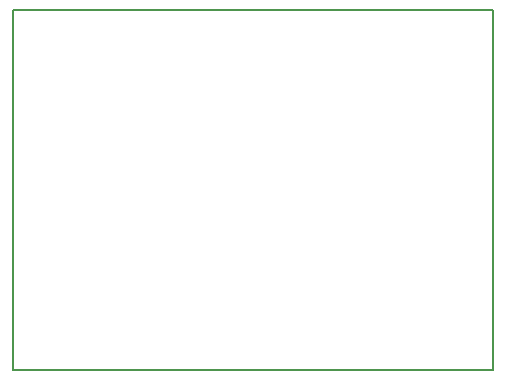
<source format=gbr>
G04 #@! TF.FileFunction,Profile,NP*
%FSLAX46Y46*%
G04 Gerber Fmt 4.6, Leading zero omitted, Abs format (unit mm)*
G04 Created by KiCad (PCBNEW 201609251018+7233~55~ubuntu16.04.1-) date Thu Sep 29 13:06:48 2016*
%MOMM*%
%LPD*%
G01*
G04 APERTURE LIST*
%ADD10C,0.100000*%
%ADD11C,0.150000*%
G04 APERTURE END LIST*
D10*
D11*
X86360000Y-96520000D02*
X86360000Y-66040000D01*
X127000000Y-96520000D02*
X86360000Y-96520000D01*
X127000000Y-66040000D02*
X127000000Y-96520000D01*
X86360000Y-66040000D02*
X127000000Y-66040000D01*
M02*

</source>
